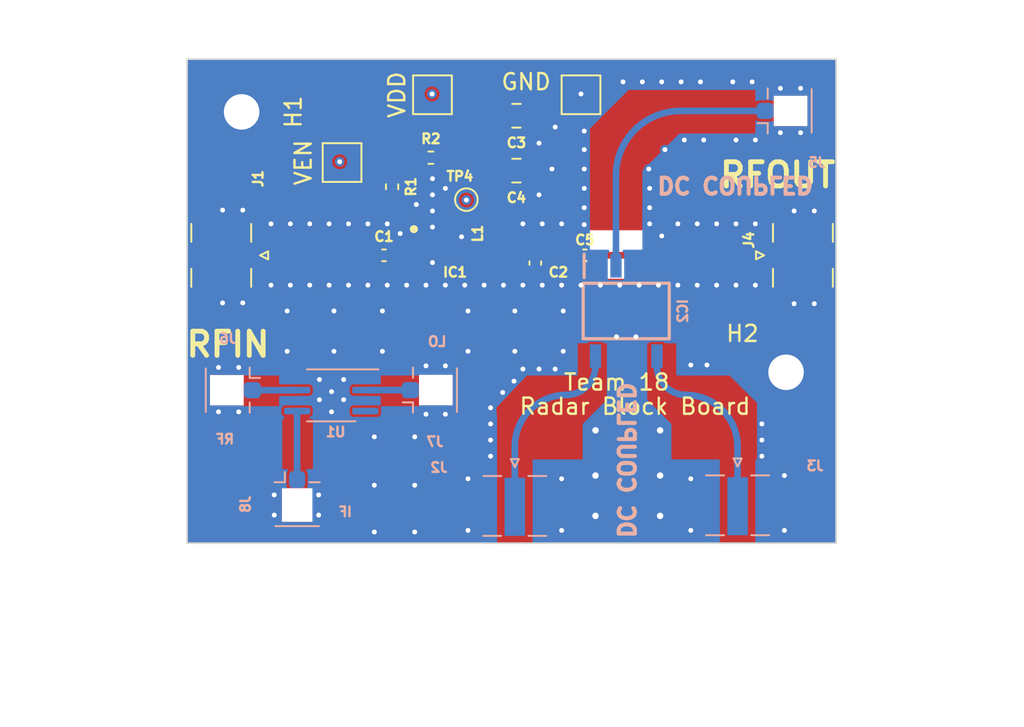
<source format=kicad_pcb>
(kicad_pcb (version 20221018) (generator pcbnew)
  (layers (0 "F.Cu" signal) (1 "In1.Cu" signal) (2 "In2.Cu" signal) (31 "B.Cu" signal) (34 "B.Paste" user) (35 "F.Paste" user) (36 "B.SilkS" user "B.Silkscreen") (37 "F.SilkS" user "F.Silkscreen") (38 "B.Mask" user) (39 "F.Mask" user) (44 "Edge.Cuts" user))
  (net 0 "")
  (net 1 "Net-(J1-In)")
  (net 2 "Net-(IC1-RFIN)")
  (net 3 "GND")
  (net 4 "Net-(IC1-RFOUT{slash}VD)")
  (net 5 "/Venable")
  (net 6 "+5V")
  (net 7 "Net-(IC1-VEN)")
  (net 8 "Net-(IC1-NC_3)")
  (net 9 "Net-(IC2-SUM_PORT)")
  (net 10 "Net-(IC2-PORT2)")
  (net 11 "Net-(IC2-PORT1)")
  (net 12 "Net-(J4-In)")
  (net 13 "Net-(J6-In)")
  (net 14 "Net-(J7-In)")
  (net 15 "Net-(J8-In)")
  (footprint "Resistor_SMD:R_0402_1005Metric" (layer "F.Cu") (at 132.5 112.3 -90)
    (fp_text reference "R1" (at 0 -1.17 90) (layer "F.SilkS") (effects (font (size 0.6 0.6))))
    (fp_text value "2.2k")
    (pad "1" smd roundrect (at -0.51 0 270) (size 0.54 0.64) (layers "F.Cu" "F.Paste" "F.Mask") (net 5 "/Venable"))
    (pad "2" smd roundrect (at 0.51 0 270) (size 0.54 0.64) (layers "F.Cu" "F.Paste" "F.Mask") (net 7 "Net-(IC1-VEN)"))
  )
  (footprint "Capacitor_SMD:C_0805_2012Metric_Pad1.18x1.45mm_HandSolder" (layer "F.Cu") (at 140.2 107.9 180)
    (fp_text reference "C3" (at 0 -1.68) (layer "F.SilkS") (effects (font (size 0.6 0.6))))
    (fp_text value "DNP")
    (pad "1" smd roundrect (at -1.0375 0 180) (size 1.175 1.45) (layers "F.Cu" "F.Paste" "F.Mask") (roundrect_rratio 0.212766) (net 3 "GND"))
    (pad "2" smd roundrect (at 1.0375 0 180) (size 1.175 1.45) (layers "F.Cu" "F.Paste" "F.Mask") (roundrect_rratio 0.212766) (net 6 "+5V"))
  )
  (footprint "Capacitor_SMD:C_0402_1005Metric" (layer "F.Cu") (at 141.37 117.03 90)
    (fp_text reference "C2" (at -0.57 1.43 180) (layer "F.SilkS") (effects (font (size 0.6 0.6))))
    (fp_text value "0.5p")
    (pad "1" smd roundrect (at -0.48 0 90) (size 0.56 0.62) (layers "F.Cu" "F.Paste" "F.Mask") (net 3 "GND"))
    (pad "2" smd roundrect (at 0.48 0 90) (size 0.56 0.62) (layers "F.Cu" "F.Paste" "F.Mask") (net 4 "Net-(IC1-RFOUT{slash}VD)"))
  )
  (footprint "Capacitor_SMD:C_0402_1005Metric" (layer "F.Cu") (at 144.44 116.55)
    (fp_text reference "C5" (at 0 -0.95) (layer "F.SilkS") (effects (font (size 0.6 0.6))))
    (fp_text value "100p")
    (pad "1" smd roundrect (at -0.48 0) (size 0.56 0.62) (layers "F.Cu" "F.Paste" "F.Mask") (net 4 "Net-(IC1-RFOUT{slash}VD)"))
    (pad "2" smd roundrect (at 0.48 0) (size 0.56 0.62) (layers "F.Cu" "F.Paste" "F.Mask") (net 12 "Net-(J4-In)"))
  )
  (footprint "SamacSys_Parts:SON50P150X150X50-7N-D" (layer "F.Cu") (at 135 116.0525)
    (fp_text reference "IC1" (at 1.4 1.5475) (layer "F.SilkS") (effects (font (size 0.6 0.6))))
    (fp_text value "GRF4002" hide)
    (pad "1" smd rect (at -0.85 -0.5 90) (size 0.25 0.6) (layers "F.Cu" "F.Paste" "F.Mask") (net 7 "Net-(IC1-VEN)"))
    (pad "2" smd rect (at -0.85 0 90) (size 0.25 0.6) (layers "F.Cu" "F.Paste" "F.Mask") (net 3 "GND"))
    (pad "3" smd rect (at -0.85 0.5 90) (size 0.25 0.6) (layers "F.Cu" "F.Paste" "F.Mask") (net 2 "Net-(IC1-RFIN)"))
    (pad "4" smd rect (at 0.85 0.5 90) (size 0.25 0.6) (layers "F.Cu" "F.Paste" "F.Mask") (net 4 "Net-(IC1-RFOUT{slash}VD)"))
    (pad "5" smd rect (at 0.85 0 90) (size 0.25 0.6) (layers "F.Cu" "F.Paste" "F.Mask") (net 3 "GND"))
    (pad "6" smd rect (at 0.85 -0.5 90) (size 0.25 0.6) (layers "F.Cu" "F.Paste" "F.Mask") (net 8 "Net-(IC1-NC_3)"))
    (pad "7" smd rect (at 0 0) (size 0.65 1.15) (layers "F.Cu" "F.Paste" "F.Mask") (net 3 "GND"))
  )
  (footprint "MountingHole:MountingHole_2.2mm_M2_Pad" (layer "F.Cu") (at 123.18 107.66 -90)
    (fp_text reference "H1" (at 0 -3.2 90) (layer "F.SilkS"))
    (fp_text value "MountingHole_Pad")
    (pad "1" thru_hole circle (at 0 0 270) (size 4.4 4.4) (drill 2.2) (layers "*.Cu" "*.Mask") (net 3 "GND"))
  )
  (footprint "TestPoint:TestPoint_Pad_2.0x2.0mm" (layer "F.Cu") (at 144.2 106.6 180)
    (fp_text reference "GND" (at 3.4 0.8) (layer "F.SilkS"))
    (fp_text value "TestPoint")
    (pad "1" smd rect (at 0 0 180) (size 2 2) (layers "F.Cu" "F.Mask") (net 3 "GND"))
  )
  (footprint "Connector_Coaxial:SMA_Samtec_SMA-J-P-X-ST-EM1_EdgeMount" (layer "F.Cu") (at 157.8 116.55 90)
    (fp_text reference "J4" (at 0.95 -3.2 90) (layer "F.SilkS") (effects (font (size 0.6 0.6))))
    (fp_text value "Conn_Coaxial")
    (pad "1" smd rect (at 0 0.2 90) (size 1.27 3.6) (layers "F.Cu" "F.Paste" "F.Mask") (net 12 "Net-(J4-In)"))
    (pad "2" smd rect (at -2.825 0 90) (size 1.35 4.2) (layers "F.Cu" "F.Paste" "F.Mask") (net 3 "GND"))
    (pad "2" smd rect (at -2.825 0 90) (size 1.35 4.2) (layers "B.Cu" "B.Paste" "B.Mask") (net 3 "GND"))
    (pad "2" smd rect (at 2.825 0 90) (size 1.35 4.2) (layers "F.Cu" "F.Paste" "F.Mask") (net 3 "GND"))
    (pad "2" smd rect (at 2.825 0 90) (size 1.35 4.2) (layers "B.Cu" "B.Paste" "B.Mask") (net 3 "GND"))
  )
  (footprint "TestPoint:TestPoint_Pad_2.0x2.0mm" (layer "F.Cu") (at 129.4 110.8)
    (fp_text reference "VEN" (at -2.4 0 90) (layer "F.SilkS"))
    (fp_text value "TestPoint")
    (pad "1" smd rect (at 0 0) (size 2 2) (layers "F.Cu" "F.Mask") (net 5 "/Venable"))
  )
  (footprint "Connector_Coaxial:SMA_Samtec_SMA-J-P-X-ST-EM1_EdgeMount" (layer "F.Cu") (at 122.0625 116.5525 -90)
    (fp_text reference "J1" (at -4.7525 -2.1375 90) (layer "F.SilkS") (effects (font (size 0.6 0.6))))
    (fp_text value "Conn_Coaxial")
    (pad "1" smd rect (at 0 0.2 270) (size 1.27 3.6) (layers "F.Cu" "F.Paste" "F.Mask") (net 1 "Net-(J1-In)"))
    (pad "2" smd rect (at -2.825 0 270) (size 1.35 4.2) (layers "F.Cu" "F.Paste" "F.Mask") (net 3 "GND"))
    (pad "2" smd rect (at -2.825 0 270) (size 1.35 4.2) (layers "B.Cu" "B.Paste" "B.Mask") (net 3 "GND"))
    (pad "2" smd rect (at 2.825 0 270) (size 1.35 4.2) (layers "F.Cu" "F.Paste" "F.Mask") (net 3 "GND"))
    (pad "2" smd rect (at 2.825 0 270) (size 1.35 4.2) (layers "B.Cu" "B.Paste" "B.Mask") (net 3 "GND"))
  )
  (footprint "TestPoint:TestPoint_Pad_2.0x2.0mm" (layer "F.Cu") (at 135 106.6)
    (fp_text reference "VDD" (at -2.2 0 90) (layer "F.SilkS"))
    (fp_text value "TestPoint")
    (pad "1" smd rect (at 0 0) (size 2 2) (layers "F.Cu" "F.Mask") (net 6 "+5V"))
  )
  (footprint "Inductor_SMD:L_0402_1005Metric" (layer "F.Cu") (at 139.029 116.065 -90)
    (fp_text reference "L1" (at -0.865 1.229 90) (layer "F.SilkS") (effects (font (size 0.6 0.6))))
    (fp_text value "100n")
    (pad "1" smd roundrect (at -0.485 0 270) (size 0.59 0.64) (layers "F.Cu" "F.Paste" "F.Mask") (net 6 "+5V"))
    (pad "2" smd roundrect (at 0.485 0 270) (size 0.59 0.64) (layers "F.Cu" "F.Paste" "F.Mask") (net 4 "Net-(IC1-RFOUT{slash}VD)"))
  )
  (footprint "MountingHole:MountingHole_2.2mm_M2_Pad" (layer "F.Cu") (at 156.9 123.8)
    (fp_text reference "H2" (at -2.7 -2.4) (layer "F.SilkS"))
    (fp_text value "MountingHole_Pad")
    (pad "1" thru_hole circle (at 0 0) (size 4.4 4.4) (drill 2.2) (layers "*.Cu" "*.Mask") (net 3 "GND"))
  )
  (footprint "Capacitor_SMD:C_0805_2012Metric_Pad1.18x1.45mm_HandSolder" (layer "F.Cu") (at 140.2 111.3 180)
    (fp_text reference "C4" (at 0 -1.68) (layer "F.SilkS") (effects (font (size 0.6 0.6))))
    (fp_text value "100n")
    (pad "1" smd roundrect (at -1.0375 0 180) (size 1.175 1.45) (layers "F.Cu" "F.Paste" "F.Mask") (roundrect_rratio 0.212766) (net 3 "GND"))
    (pad "2" smd roundrect (at 1.0375 0 180) (size 1.175 1.45) (layers "F.Cu" "F.Paste" "F.Mask") (roundrect_rratio 0.212766) (net 6 "+5V"))
  )
  (footprint "TestPoint:TestPoint_Pad_D1.0mm" (layer "F.Cu") (at 137.1 113.1)
    (fp_text reference "TP4" (at -0.4 -1.448) (layer "F.SilkS") (effects (font (size 0.6 0.6))))
    (fp_text value "TestPoint")
    (pad "1" smd circle (at 0 0) (size 1 1) (layers "F.Cu" "F.Mask") (net 8 "Net-(IC1-NC_3)"))
  )
  (footprint "Capacitor_SMD:C_0402_1005Metric" (layer "F.Cu") (at 132 116.55)
    (fp_text reference "C1" (at 0 -1.16) (layer "F.SilkS") (effects (font (size 0.6 0.6))))
    (fp_text value "100p")
    (pad "1" smd roundrect (at -0.48 0) (size 0.56 0.62) (layers "F.Cu" "F.Paste" "F.Mask") (net 1 "Net-(J1-In)"))
    (pad "2" smd roundrect (at 0.48 0) (size 0.56 0.62) (layers "F.Cu" "F.Paste" "F.Mask") (net 2 "Net-(IC1-RFIN)"))
  )
  (footprint "Resistor_SMD:R_0402_1005Metric" (layer "F.Cu") (at 134.9 110.5)
    (fp_text reference "R2" (at 0 -1.17) (layer "F.SilkS") (effects (font (size 0.6 0.6))))
    (fp_text value "DNP")
    (pad "1" smd roundrect (at -0.51 0) (size 0.54 0.64) (layers "F.Cu" "F.Paste" "F.Mask") (net 5 "/Venable"))
    (pad "2" smd roundrect (at 0.51 0) (size 0.54 0.64) (layers "F.Cu" "F.Paste" "F.Mask") (net 6 "+5V"))
  )
  (footprint "Package_SO:MSOP-8_3x3mm_P0.65mm" (layer "B.Cu") (at 128.73 125.23 180)
    (fp_text reference "U1" (at -0.27 -2.27) (layer "B.SilkS") (effects (font (size 0.6 0.6)) (justify mirror)))
    (fp_text value "HMC213B")
    (pad "1" smd roundrect (at -2.1125 0.975 180) (size 1.625 0.4) (layers "B.Cu" "B.Paste" "B.Mask") (net 3 "GND"))
    (pad "2" smd roundrect (at -2.1125 0.325 180) (size 1.625 0.4) (layers "B.Cu" "B.Paste" "B.Mask") (net 14 "Net-(J7-In)"))
    (pad "3" smd roundrect (at -2.1125 -0.325 180) (size 1.625 0.4) (layers "B.Cu" "B.Paste" "B.Mask") (net 3 "GND"))
    (pad "4" smd roundrect (at -2.1125 -0.975 180) (size 1.625 0.4) (layers "B.Cu" "B.Paste" "B.Mask"))
    (pad "5" smd roundrect (at 2.1125 -0.975 180) (size 1.625 0.4) (layers "B.Cu" "B.Paste" "B.Mask") (net 15 "Net-(J8-In)"))
    (pad "6" smd roundrect (at 2.1125 -0.325 180) (size 1.625 0.4) (layers "B.Cu" "B.Paste" "B.Mask") (net 3 "GND"))
    (pad "7" smd roundrect (at 2.1125 0.325 180) (size 1.625 0.4) (layers "B.Cu" "B.Paste" "B.Mask") (net 13 "Net-(J6-In)"))
    (pad "8" smd roundrect (at 2.1125 0.975 180) (size 1.625 0.4) (layers "B.Cu" "B.Paste" "B.Mask") (net 3 "GND"))
  )
  (footprint "Connector_Coaxial:SMA_Samtec_SMA-J-P-X-ST-EM1_EdgeMount" (layer "B.Cu") (at 153.9 131.9 180)
    (fp_text reference "J3" (at -4.8 2.3) (layer "B.SilkS") (effects (font (size 0.6 0.6)) (justify mirror)))
    (fp_text value "Conn_Coaxial")
    (pad "1" smd rect (at 0 -0.2 180) (size 1.27 3.6) (layers "B.Cu" "B.Paste" "B.Mask") (net 10 "Net-(IC2-PORT2)"))
    (pad "2" smd rect (at -2.825 0 180) (size 1.35 4.2) (layers "F.Cu" "F.Paste" "F.Mask") (net 3 "GND"))
    (pad "2" smd rect (at -2.825 0 180) (size 1.35 4.2) (layers "B.Cu" "B.Paste" "B.Mask") (net 3 "GND"))
    (pad "2" smd rect (at 2.825 0 180) (size 1.35 4.2) (layers "F.Cu" "F.Paste" "F.Mask") (net 3 "GND"))
    (pad "2" smd rect (at 2.825 0 180) (size 1.35 4.2) (layers "B.Cu" "B.Paste" "B.Mask") (net 3 "GND"))
  )
  (footprint "Connector_Coaxial:U.FL_Hirose_U.FL-R-SMT-1_Vertical" (layer "B.Cu") (at 122.795 124.91 180)
    (fp_text reference "J6" (at 0.475 3.2) (layer "B.SilkS") (effects (font (size 0.6 0.6)) (justify mirror)))
    (fp_text value "Conn_Coaxial")
    (pad "1" smd roundrect (at -1.05 0 180) (size 1.05 1) (layers "B.Cu" "B.Paste" "B.Mask") (net 13 "Net-(J6-In)"))
    (pad "2" smd roundrect (at 0.475 -1.475 180) (size 2.2 1.05) (layers "B.Cu" "B.Paste" "B.Mask") (roundrect_rratio 0.2380952381) (net 3 "GND"))
    (pad "2" smd roundrect (at 0.475 1.475 180) (size 2.2 1.05) (layers "B.Cu" "B.Paste" "B.Mask") (roundrect_rratio 0.2380952381) (net 3 "GND"))
    (zone (net 0) (net_name "") (layers "*.Cu") (connect_pads (clearance 0)) (min_thickness 0.25)
      (keepout (tracks not_allowed) (vias not_allowed) (pads not_allowed) (copperpour not_allowed) (footprints allowed))
      (fill (thermal_gap 0.5) (thermal_bridge_width 0.5))
      (polygon (pts (xy 121.22 123.96) (xy 123.31 123.96) (xy 123.31 125.86) (xy 121.22 125.86)))
    )
  )
  (footprint "Connector_Coaxial:U.FL_Hirose_U.FL-R-SMT-1_Vertical" (layer "B.Cu") (at 156.65 107.6)
    (fp_text reference "J5" (at 2.15 3.2) (layer "B.SilkS") (effects (font (size 0.6 0.6)) (justify mirror)))
    (fp_text value "Conn_Coaxial")
    (pad "1" smd roundrect (at -1.05 0) (size 1.05 1) (layers "B.Cu" "B.Paste" "B.Mask") (net 9 "Net-(IC2-SUM_PORT)"))
    (pad "2" smd roundrect (at 0.475 -1.475) (size 2.2 1.05) (layers "B.Cu" "B.Paste" "B.Mask") (roundrect_rratio 0.2380952381) (net 3 "GND"))
    (pad "2" smd roundrect (at 0.475 1.475) (size 2.2 1.05) (layers "B.Cu" "B.Paste" "B.Mask") (roundrect_rratio 0.2380952381) (net 3 "GND"))
    (zone (net 0) (net_name "") (layers "*.Cu") (connect_pads (clearance 0)) (min_thickness 0.25)
      (keepout (tracks not_allowed) (vias not_allowed) (pads not_allowed) (copperpour not_allowed) (footprints allowed))
      (fill (thermal_gap 0.5) (thermal_bridge_width 0.5))
      (polygon (pts (xy 158.225 108.55) (xy 156.135 108.55) (xy 156.135 106.65) (xy 158.225 106.65)))
    )
  )
  (footprint "Connector_Coaxial:SMA_Samtec_SMA-J-P-X-ST-EM1_EdgeMount" (layer "B.Cu") (at 140.1 131.9375 180)
    (fp_text reference "J2" (at 4.7 2.2375) (layer "B.SilkS") (effects (font (size 0.6 0.6)) (justify mirror)))
    (fp_text value "Conn_Coaxial")
    (pad "1" smd rect (at 0 -0.2 180) (size 1.27 3.6) (layers "B.Cu" "B.Paste" "B.Mask") (net 11 "Net-(IC2-PORT1)"))
    (pad "2" smd rect (at -2.825 0 180) (size 1.35 4.2) (layers "F.Cu" "F.Paste" "F.Mask") (net 3 "GND"))
    (pad "2" smd rect (at -2.825 0 180) (size 1.35 4.2) (layers "B.Cu" "B.Paste" "B.Mask") (net 3 "GND"))
    (pad "2" smd rect (at 2.825 0 180) (size 1.35 4.2) (layers "F.Cu" "F.Paste" "F.Mask") (net 3 "GND"))
    (pad "2" smd rect (at 2.825 0 180) (size 1.35 4.2) (layers "B.Cu" "B.Paste" "B.Mask") (net 3 "GND"))
  )
  (footprint "Connector_Coaxial:U.FL_Hirose_U.FL-R-SMT-1_Vertical" (layer "B.Cu") (at 134.68 124.905)
    (fp_text reference "J7" (at 0.475 3.2) (layer "B.SilkS") (effects (font (size 0.6 0.6)) (justify mirror)))
    (fp_text value "Conn_Coaxial")
    (pad "1" smd roundrect (at -1.05 0) (size 1.05 1) (layers "B.Cu" "B.Paste" "B.Mask") (net 14 "Net-(J7-In)"))
    (pad "2" smd roundrect (at 0.475 -1.475) (size 2.2 1.05) (layers "B.Cu" "B.Paste" "B.Mask") (roundrect_rratio 0.2380952381) (net 3 "GND"))
    (pad "2" smd roundrect (at 0.475 1.475) (size 2.2 1.05) (layers "B.Cu" "B.Paste" "B.Mask") (roundrect_rratio 0.2380952381) (net 3 "GND"))
    (zone (net 0) (net_name "") (layers "*.Cu") (connect_pads (clearance 0)) (min_thickness 0.25)
      (keepout (tracks not_allowed) (vias not_allowed) (pads not_allowed) (copperpour not_allowed) (footprints allowed))
      (fill (thermal_gap 0.5) (thermal_bridge_width 0.5))
      (polygon (pts (xy 136.255 125.855) (xy 134.165 125.855) (xy 134.165 123.955) (xy 136.255 123.955)))
    )
  )
  (footprint "Connector_Coaxial:U.FL_Hirose_U.FL-R-SMT-1_Vertical" (layer "B.Cu") (at 126.6175 131.5 -90)
    (fp_text reference "J8" (at 0.475 3.2 90) (layer "B.SilkS") (effects (font (size 0.6 0.6)) (justify mirror)))
    (fp_text value "Conn_Coaxial")
    (pad "1" smd roundrect (at -1.05 0 270) (size 1.05 1) (layers "B.Cu" "B.Paste" "B.Mask") (net 15 "Net-(J8-In)"))
    (pad "2" smd roundrect (at 0.475 -1.475 270) (size 2.2 1.05) (layers "B.Cu" "B.Paste" "B.Mask") (roundrect_rratio 0.2380952381) (net 3 "GND"))
    (pad "2" smd roundrect (at 0.475 1.475 270) (size 2.2 1.05) (layers "B.Cu" "B.Paste" "B.Mask") (roundrect_rratio 0.2380952381) (net 3 "GND"))
    (zone (net 0) (net_name "") (layers "*.Cu") (connect_pads (clearance 0)) (min_thickness 0.25)
      (keepout (tracks not_allowed) (vias not_allowed) (pads not_allowed) (copperpour not_allowed) (footprints allowed))
      (fill (thermal_gap 0.5) (thermal_bridge_width 0.5))
      (polygon (pts (xy 125.6675 133.075) (xy 125.6675 130.985) (xy 127.5675 130.985) (xy 127.5675 133.075)))
    )
  )
  (footprint "SamacSys_Parts:SOIC127P597X196-8N" (layer "B.Cu") (at 147 120 -90)
    (fp_text reference "IC2" (at 0 -3.5 90) (layer "B.SilkS") (effects (font (size 0.6 0.6) (thickness 0.15) bold) (justify mirror)))
    (fp_text value "BP2G+" hide)
    (pad "1" smd rect (at -2.798 1.905 180) (size 0.7 1.455) (layers "B.Cu" "B.Paste" "B.Mask") (net 3 "GND"))
    (pad "2" smd rect (at -2.798 0.635 180) (size 0.7 1.455) (layers "B.Cu" "B.Paste" "B.Mask") (net 9 "Net-(IC2-SUM_PORT)"))
    (pad "3" smd rect (at -2.798 -0.635 180) (size 0.7 1.455) (layers "B.Cu" "B.Paste" "B.Mask") (net 3 "GND"))
    (pad "4" smd rect (at -2.798 -1.905 180) (size 0.7 1.455) (layers "B.Cu" "B.Paste" "B.Mask") (net 3 "GND"))
    (pad "5" smd rect (at 2.798 -1.905 180) (size 0.7 1.455) (layers "B.Cu" "B.Paste" "B.Mask") (net 10 "Net-(IC2-PORT2)"))
    (pad "6" smd rect (at 2.798 -0.635 180) (size 0.7 1.455) (layers "B.Cu" "B.Paste" "B.Mask") (net 3 "GND"))
    (pad "7" smd rect (at 2.798 0.635 180) (size 0.7 1.455) (layers "B.Cu" "B.Paste" "B.Mask") (net 3 "GND"))
    (pad "8" smd rect (at 2.798 1.905 180) (size 0.7 1.455) (layers "B.Cu" "B.Paste" "B.Mask") (net 11 "Net-(IC2-PORT1)"))
  )
  (gr_rect (start 119.8 104.39) (end 160 134.39) (stroke (width 0.1)) (fill none) (layer "Edge.Cuts"))
  (gr_text "DC COUPLED" (at 148.8 111.6 180) (layer "B.SilkS") (effects (font (size 1 1) (thickness 0.25) bold) (justify left bottom mirror)))
  (gr_text "LO" (at 135.95 122.25) (layer "B.SilkS") (effects (font (size 0.6 0.6)) (justify left bottom mirror)))
  (gr_text "RF" (at 122.8 128.3) (layer "B.SilkS") (effects (font (size 0.6 0.6)) (justify left bottom mirror)))
  (gr_text "IF" (at 130.1 132.8) (layer "B.SilkS") (effects (font (size 0.6 0.6)) (justify left bottom mirror)))
  (gr_text "DC COUPLED" (at 146.4 134.2 -90) (layer "B.SilkS") (effects (font (size 1 1) (thickness 0.25) bold) (justify left bottom mirror)))
  (gr_text "RFIN" (at 119.6 122.95) (layer "F.SilkS") (effects (font (size 1.5 1.5) (thickness 0.3) bold) (justify left bottom)))
  (gr_text "RFOUT" (at 152.65 112.45) (layer "F.SilkS") (effects (font (size 1.5 1.5) (thickness 0.3) bold) (justify left bottom)))
  (gr_text "Team 18" (at 143.05 125) (layer "F.SilkS") (effects (font (size 1 1)) (justify left bottom)))
  (gr_text "Radar Block Board" (at 140.3 126.5) (layer "F.SilkS") (effects (font (size 1 1)) (justify left bottom)))
  (segment (start 126.05 116.55) (end 131.52 116.55) (width 0.41) (layer "F.Cu") (net 1))
  (segment (start 132.48 116.55) (end 132.75 116.55) (width 0.41) (layer "F.Cu") (net 2))
  (segment (start 134.15 116.5525) (end 133.7475 116.5525) (width 0.25) (layer "F.Cu") (net 2))
  (via (at 144.2 106.55) (size 0.6) (drill 0.3) (layers "F.Cu" "B.Cu") (net 3))
  (via (at 156.8 133.6) (size 0.6) (drill 0.3) (layers "F.Cu" "B.Cu") (net 3))
  (via (at 126.2 118.4) (size 0.6) (drill 0.3) (layers "F.Cu" "B.Cu") (net 3))
  (via (at 152 123.35) (size 0.6) (drill 0.3) (layers "F.Cu" "B.Cu") (net 3))
  (via (at 153.8 109.4) (size 0.6) (drill 0.3) (layers "F.Cu" "B.Cu") (net 3))
  (via (at 144.2 118.4) (size 0.6) (drill 0.3) (layers "F.Cu" "B.Cu") (net 3))
  (via (at 155.4 129) (size 0.6) (drill 0.3) (layers "F.Cu" "B.Cu") (net 3))
  (via (at 122 119.5) (size 0.6) (drill 0.3) (layers "F.Cu" "B.Cu") (net 3))
  (via (at 128 125.5) (size 0.6) (drill 0.3) (layers "F.Cu" "B.Cu") (net 3))
  (via (at 131.4 133.7) (size 0.6) (drill 0.3) (layers "F.Cu" "B.Cu") (net 3))
  (via (at 125.2 131.4) (size 0.6) (drill 0.3) (layers "F.Cu" "B.Cu") (net 3))
  (via (at 135.8 118.4) (size 0.6) (drill 0.3) (layers "F.Cu" "B.Cu") (net 3))
  (via (at 152.6 114.6) (size 0.6) (drill 0.3) (layers "F.Cu" "B.Cu") (net 3))
  (via (at 122 113.75) (size 0.6) (drill 0.3) (layers "F.Cu" "B.Cu") (net 3))
  (via (at 158.65 119.55) (size 0.6) (drill 0.3) (layers "F.Cu" "B.Cu") (net 3))
  (via (at 149.1 127.4) (size 0.8) (drill 0.4) (layers "F.Cu" "B.Cu") (net 3))
  (via (at 150.2 118.4) (size 0.6) (drill 0.3) (layers "F.Cu" "B.Cu") (net 3))
  (via (at 151.6 105.8) (size 0.6) (drill 0.3) (layers "F.Cu" "B.Cu") (net 3))
  (via (at 145.1 130.2) (size 0.8) (drill 0.4) (layers "F.Cu" "B.Cu") (net 3))
  (via (at 140.05 124.35) (size 0.6) (drill 0.3) (layers "F.Cu" "B.Cu") (net 3))
  (via (at 151 130.4) (size 0.6) (drill 0.3) (layers "F.Cu" "B.Cu") (net 3))
  (via (at 140.6 114.6) (size 0.6) (drill 0.3) (layers "F.Cu" "B.Cu") (net 3))
  (via (at 157.8 106.2) (size 0.6) (drill 0.3) (layers "F.Cu" "B.Cu") (net 3))
  (via (at 149.1 130.2) (size 0.8) (drill 0.4) (layers "F.Cu" "B.Cu") (net 3))
  (via (at 135 112.8) (size 0.6) (drill 0.3) (layers "F.Cu" "B.Cu") (net 3))
  (via (at 150.2 114.6) (size 0.6) (drill 0.3) (layers "F.Cu" "B.Cu") (net 3))
  (via (at 121.75 123.5) (size 0.6) (drill 0.3) (layers "F.Cu" "B.Cu") (net 3))
  (via (at 121.75 126.25) (size 0.6) (drill 0.3) (layers "F.Cu" "B.Cu") (net 3))
  (via (at 133.4 118.4) (size 0.6) (drill 0.3) (layers "F.Cu" "B.Cu") (net 3))
  (via (at 141.6 112.8) (size 0.6) (drill 0.3) (layers "F.Cu" "B.Cu") (net 3))
  (via (at 146.4 121.6) (size 0.6) (drill 0.3) (layers "F.Cu" "B.Cu") (net 3))
  (via (at 138.2 118.4) (size 0.6) (drill 0.3) (layers "F.Cu" "B.Cu") (net 3))
  (via (at 127.95 131.4) (size 0.6) (drill 0.3) (layers "F.Cu" "B.Cu") (net 3))
  (via (at 138.6 128) (size 0.6) (drill 0.3) (layers "F.Cu" "B.Cu") (net 3))
  (via (at 154.8 105.8) (size 0.6) (drill 0.3) (layers "F.Cu" "B.Cu") (net 3))
  (via (at 134 113.4) (size 0.6) (drill 0.3) (layers "F.Cu" "B.Cu") (net 3))
  (via (at 123 123.5) (size 0.6) (drill 0.3) (layers "F.Cu" "B.Cu") (net 3))
  (via (at 141.6 109.6) (size 0.6) (drill 0.3) (layers "F.Cu" "B.Cu") (net 3))
  (via (at 156.55 108.95) (size 0.6) (drill 0.3) (layers "F.Cu" "B.Cu") (net 3))
  (via (at 134.6 123.4) (size 0.6) (drill 0.3) (layers "F.Cu" "B.Cu") (net 3))
  (via (at 134.6 126.4) (size 0.6) (drill 0.3) (layers "F.Cu" "B.Cu") (net 3))
  (via (at 145.4 118.4) (size 0.6) (drill 0.3) (layers "F.Cu" "B.Cu") (net 3))
  (via (at 143 118.4) (size 0.6) (drill 0.3) (layers "F.Cu" "B.Cu") (net 3))
  (via (at 148.45 112.4) (size 0.6) (drill 0.3) (layers "F.Cu" "B.Cu") (net 3))
  (via (at 155 118.4) (size 0.6) (drill 0.3) (layers "F.Cu" "B.Cu") (net 3))
  (via (at 126 120) (size 0.6) (drill 0.3) (layers "F.Cu" "B.Cu") (net 3))
  (via (at 148.45 113.6) (size 0.6) (drill 0.3) (layers "F.Cu" "B.Cu") (net 3))
  (via (at 136.8 115.4) (size 0.6) (drill 0.3) (layers "F.Cu" "B.Cu") (net 3))
  (via (at 156.55 106.2) (size 0.6) (drill 0.3) (layers "F.Cu" "B.Cu") (net 3))
  (via (at 128.6 114.6) (size 0.6) (drill 0.3) (layers "F.Cu" "B.Cu") (net 3))
  (via (at 152.6 118.4) (size 0.6) (drill 0.3) (layers "F.Cu" "B.Cu") (net 3))
  (via (at 147.6 121.6) (size 0.6) (drill 0.3) (layers "F.Cu" "B.Cu") (net 3))
  (via (at 125 114.6) (size 0.6) (drill 0.3) (layers "F.Cu" "B.Cu") (net 3))
  (via (at 151 133.6) (size 0.6) (drill 0.3) (layers "F.Cu" "B.Cu") (net 3))
  (via (at 127.4 118.4) (size 0.6) (drill 0.3) (layers "F.Cu" "B.Cu") (net 3))
  (via (at 155 114.6) (size 0.6) (drill 0.3) (layers "F.Cu" "B.Cu") (net 3))
  (via (at 131 118.4) (size 0.6) (drill 0.3) (layers "F.Cu" "B.Cu") (net 3))
  (via (at 126.2 114.6) (size 0.6) (drill 0.3) (layers "F.Cu" "B.Cu") (net 3))
  (via (at 140.6 118.4) (size 0.6) (drill 0.3) (layers "F.Cu" "B.Cu") (net 3))
  (via (at 148.4 111.2) (size 0.6) (drill 0.3) (layers "F.Cu" "B.Cu") (net 3))
  (via (at 129.8 114.6) (size 0.6) (drill 0.3) (layers "F.Cu" "B.Cu") (net 3))
  (via (at 143 133.6) (size 0.6) (drill 0.3) (layers "F.Cu" "B.Cu") (net 3))
  (via (at 138.6 129) (size 0.6) (drill 0.3) (layers "F.Cu" "B.Cu") (net 3))
  (via (at 126 122.5) (size 0.6) (drill 0.3) (layers "F.Cu" "B.Cu") (net 3))
  (via (at 131.9 122.5) (size 0.6) (drill 0.3) (layers "F.Cu" "B.Cu") (net 3))
  (via (at 131.4 127.8) (size 0.6) (drill 0.3) (layers "F.Cu" "B.Cu") (net 3))
  (via (at 135.8 112.4) (size 0.6) (drill 0.3) (layers "F.Cu" "B.Cu") (net 3))
  (via (at 135.8 123.4) (size 0.6) (drill 0.3) (layers "F.Cu" "B.Cu") (net 3))
  (via (at 128.9 120) (size 0.6) (drill 0.3) (layers "F.Cu" "B.Cu") (net 3))
  (via (at 147.8 118.4) (size 0.6) (drill 0.3) (layers "F.Cu" "B.Cu") (net 3))
  (via (at 142.4 111.2) (size 0.6) (drill 0.3) (layers "F.Cu" "B.Cu") (net 3))
  (via (at 155.4 127) (size 0.6) (drill 0.3) (layers "F.Cu" "B.Cu") (net 3))
  (via (at 153.6 105.8) (size 0.6) (drill 0.3) (layers "F.Cu" "B.Cu") (net 3))
  (via (at 123 126.25) (size 0.6) (drill 0.3) (layers "F.Cu" "B.Cu") (net 3))
  (via (at 135 117) (size 0.6) (drill 0.3) (layers "F.Cu" "B.Cu") (net 3))
  (via (at 125.2 132.65) (size 0.6) (drill 0.3) (layers "F.Cu" "B.Cu") (net 3))
  (via (at 143.1 120) (size 0.6) (drill 0.3) (layers "F.Cu" "B.Cu") (net 3))
  (via (at 140.6 123.6) (size 0.6) (drill 0.3) (layers "F.Cu" "B.Cu") (net 3))
  (via (at 133 115.2) (size 0.6) (drill 0.3) (layers "F.Cu" "B.Cu") (net 3))
  (via (at 157.4 113.8) (size 0.6) (drill 0.3) (layers "F.Cu" "B.Cu") (net 3))
  (via (at 135 111.8) (size 0.6) (drill 0.3) (layers "F.Cu" "B.Cu") (net 3))
  (via (at 140.1 120) (size 0.6) (drill 0.3) (layers "F.Cu" "B.Cu") (net 3))
  (via (at 128 124.25) (size 0.6) (drill 0.3) (layers "F.Cu" "B.Cu") (net 3))
  (via (at 129.5 125.5) (size 0.6) (drill 0.3) (layers "F.Cu" "B.Cu") (net 3))
  (via (at 141.6 123.6) (size 0.6) (drill 0.3) (layers "F.Cu" "B.Cu") (net 3))
  (via (at 129.8 118.4) (size 0.6) (drill 0.3) (layers "F.Cu" "B.Cu") (net 3))
  (via (at 128.75 126.25) (size 0.6) (drill 0.3) (layers "F.Cu" "B.Cu") (net 3))
  (via (at 138.6 126) (size 0.6) (drill 0.3) (layers "F.Cu" "B.Cu") (net 3))
  (via (at 144.4 111.2) (size 0.6) (drill 0.3) (layers "F.Cu" "B.Cu") (net 3))
  (via (at 151.8 109.4) (size 0.6) (drill 0.3) (layers "F.Cu" "B.Cu") (net 3))
  (via (at 137 118.4) (size 0.6) (drill 0.3) (layers "F.Cu" "B.Cu") (net 3))
  (via (at 133.9 130.8) (size 0.6) (drill 0.3) (layers "F.Cu" "B.Cu") (net 3))
  (via (at 149 118.4) (size 0.6) (drill 0.3) (layers "F.Cu" "B.Cu") (net 3))
  (via (at 123.25 119.5) (size 0.6) (drill 0.3) (layers "F.Cu" "B.Cu") (net 3))
  (via (at 135 113.8) (size 0.6) (drill 0.3) (layers "F.Cu" "B.Cu") (net 3))
  (via (at 153.8 114.6) (size 0.6) (drill 0.3) (layers "F.Cu" "B.Cu") (net 3))
  (via (at 128.75 125) (size 0.6) (drill 0.3) (layers "F.Cu" "B.Cu") (net 3))
  (via (at 127.4 114.6) (size 0.6) (drill 0.3) (layers "F.Cu" "B.Cu") (net 3))
  (via (at 149.1 132.7) (size 0.8) (drill 0.4) (layers "F.Cu" "B.Cu") (net 3))
  (via (at 157.8 108.95) (size 0.6) (drill 0.3) (layers "F.Cu" "B.Cu") (net 3))
  (via (at 131.4 130.8) (size 0.6) (drill 0.3) (layers "F.Cu" "B.Cu") (net 3))
  (via (at 145.1 127.4) (size 0.8) (drill 0.4) (layers "F.Cu" "B.Cu") (net 3))
  (via (at 143 114.6) (size 0.6) (drill 0.3) (layers "F.Cu" "B.Cu") (net 3))
  (via (at 125 118.4) (size 0.6) (drill 0.3) (layers "F.Cu" "B.Cu") (net 3))
  (via (at 149.2 105.8) (size 0.6) (drill 0.3) (layers "F.Cu" "B.Cu") (net 3))
  (via (at 148 105.8) (size 0.6) (drill 0.3) (layers "F.Cu" "B.Cu") (net 3))
  (via (at 144.4 110) (size 0.6) (drill 0.3) (layers "F.Cu" "B.Cu") (net 3))
  (via (at 132.2 114.6) (size 0.6) (drill 0.3) (layers "F.Cu" "B.Cu") (net 3))
  (via (at 128.9 122.5) (size 0.6) (drill 0.3) (layers "F.Cu" "B.Cu") (net 3))
  (via (at 139.4 118.4) (size 0.6) (drill 0.3) (layers "F.Cu" "B.Cu") (net 3))
  (via (at 155 109.4) (size 0.6) (drill 0.3) (layers "F.Cu" "B.Cu") (net 3))
  (via (at 139.35 125.05) (size 0.6) (drill 0.3) (layers "F.Cu" "B.Cu") (net 3))
  (via (at 131 114.6) (size 0.6) (drill 0.3) (layers "F.Cu" "B.Cu") (net 3))
  (via (at 148.45 114.6) (size 0.6) (drill 0.3) (layers "F.Cu" "B.Cu") (net 3))
  (via (at 131.9 120) (size 0.6) (drill 0.3) (layers "F.Cu" "B.Cu") (net 3))
  (via (at 129.5 124.25) (size 0.6) (drill 0.3) (layers "F.Cu" "B.Cu") (net 3))
  (via (at 158.65 113.8) (size 0.6) (drill 0.3) (layers "F.Cu" "B.Cu") (net 3))
  (via (at 145.1 132.7) (size 0.8) (drill 0.4) (layers "F.Cu" "B.Cu") (net 3))
  (via (at 155.4 128) (size 0.6) (drill 0.3) (layers "F.Cu" "B.Cu") (net 3))
  (via (at 137.2 130.4) (size 0.6) (drill 0.3) (layers "F.Cu" "B.Cu") (net 3))
  (via (at 133.9 133.7) (size 0.6) (drill 0.3) (layers "F.Cu" "B.Cu") (net 3))
  (via (at 144.4 112.4) (size 0.6) (drill 0.3) (layers "F.Cu" "B.Cu") (net 3))
  (via (at 133.9 127.8) (size 0.6) (drill 0.3) (layers "F.Cu" "B.Cu") (net 3))
  (via (at 143 130.4) (size 0.6) (drill 0.3) (layers "F.Cu" "B.Cu") (net 3))
  (via (at 137.2 120) (size 0.6) (drill 0.3) (layers "F.Cu" "B.Cu") (net 3))
  (via (at 157.4 119.55) (size 0.6) (drill 0.3) (layers "F.Cu" "B.Cu") (net 3))
  (via (at 150.4 105.8) (size 0.6) (drill 0.3) (layers "F.Cu" "B.Cu") (net 3))
  (via (at 140.1 122.5) (size 0.6) (drill 0.3) (layers "F.Cu" "B.Cu") (net 3))
  (via (at 127.95 132.65) (size 0.6) (drill 0.3) (layers "F.Cu" "B.Cu") (net 3))
  (via (at 150.6 109.4) (size 0.6) (drill 0.3) (layers "F.Cu" "B.Cu") (net 3))
  (via (at 135.8 126.4) (size 0.6) (drill 0.3) (layers "F.Cu" "B.Cu") (net 3))
  (via (at 132.2 118.4) (size 0.6) (drill 0.3) (layers "F.Cu" "B.Cu") (net 3))
  (via (at 151 123.35) (size 0.6) (drill 0.3) (layers "F.Cu" "B.Cu") (net 3))
  (via (at 135 114.8) (size 0.6) (drill 0.3) (layers "F.Cu" "B.Cu") (net 3))
  (via (at 141.8 118.4) (size 0.6) (drill 0.3) (layers "F.Cu" "B.Cu") (net 3))
  (via (at 134.6 118.4) (size 0.6) (drill 0.3) (layers "F.Cu" "B.Cu") (net 3))
  (via (at 156.8 130.2) (size 0.6) (drill 0.3) (layers "F.Cu" "B.Cu") (net 3))
  (via (at 146.8 105.8) (size 0.6) (drill 0.3) (layers "F.Cu" "B.Cu") (net 3))
  (via (at 141.8 114.6) (size 0.6) (drill 0.3) (layers "F.Cu" "B.Cu") (net 3))
  (via (at 149.4 110) (size 0.6) (drill 0.3) (layers "F.Cu" "B.Cu") (net 3))
  (via (at 151.4 114.6) (size 0.6) (drill 0.3) (layers "F.Cu" "B.Cu") (net 3))
  (via (at 128.6 118.4) (size 0.6) (drill 0.3) (layers "F.Cu" "B.Cu") (net 3))
  (via (at 146.6 118.4) (size 0.6) (drill 0.3) (layers "F.Cu" "B.Cu") (net 3))
  (via (at 153.8 118.4) (size 0.6) (drill 0.3) (layers "F.Cu" "B.Cu") (net 3))
  (via (at 123.25 113.75) (size 0.6) (drill 0.3) (layers "F.Cu" "B.Cu") (net 3))
  (via (at 149.2 115.35) (size 0.6) (drill 0.3) (layers "F.Cu" "B.Cu") (net 3))
  (via (at 137.2 122.5) (size 0.6) (drill 0.3) (layers "F.Cu" "B.Cu") (net 3))
  (via (at 137.2 133.6) (size 0.6) (drill 0.3) (layers "F.Cu" "B.Cu") (net 3))
  (via (at 144.4 114.65) (size 0.6) (drill 0.3) (layers "F.Cu" "B.Cu") (net 3))
  (via (at 142.6 108.6) (size 0.6) (drill 0.3) (layers "F.Cu" "B.Cu") (net 3))
  (via (at 142.6 123.6) (size 0.6) (drill 0.3) (layers "F.Cu" "B.Cu") (net 3))
  (via (at 144.4 113.6) (size 0.6) (drill 0.3) (layers "F.Cu" "B.Cu") (net 3))
  (via (at 138.6 127) (size 0.6) (drill 0.3) (layers "F.Cu" "B.Cu") (net 3))
  (via (at 151.4 118.4) (size 0.6) (drill 0.3) (layers "F.Cu" "B.Cu") (net 3))
  (via (at 144.4 108.85) (size 0.6) (drill 0.3) (layers "F.Cu" "B.Cu") (net 3))
  (via (at 143.1 122.5) (size 0.6) (drill 0.3) (layers "F.Cu" "B.Cu") (net 3))
  (segment (start 135.85 116.5525) (end 136.3525 116.5525) (width 0.25) (layer "F.Cu") (net 4))
  (segment (start 139.029 116.55) (end 138.35 116.55) (width 0.41) (layer "F.Cu") (net 4))
  (segment (start 139.029 116.55) (end 143.96 116.55) (width 0.41) (layer "F.Cu") (net 4))
  (segment (start 129.25 110.75) (end 129.45 110.8) (width 0.3) (layer "F.Cu") (net 5))
  (segment (start 129.4 110.8) (end 129.35 110.8) (width 0.3) (layer "F.Cu") (net 5))
  (segment (start 131.51 110.8) (end 132.5 111.79) (width 0.3) (layer "F.Cu") (net 5))
  (segment (start 129.45 110.8) (end 131.51 110.8) (width 0.3) (layer "F.Cu") (net 5))
  (segment (start 132.5 111.79) (end 132.5 111.7) (width 0.3) (layer "F.Cu") (net 5))
  (segment (start 133.7 110.5) (end 134.39 110.5) (width 0.3) (layer "F.Cu") (net 5))
  (segment (start 132.5 111.7) (end 133.7 110.5) (width 0.3) (layer "F.Cu") (net 5))
  (segment (start 129.35 110.8) (end 129.25 110.75) (width 0.3) (layer "F.Cu") (net 5))
  (via (at 129.25 110.75) (size 0.6) (drill 0.3) (layers "F.Cu" "B.Cu") (net 5))
  (segment (start 139.1625 107.9) (end 139 108.0625) (width 1) (layer "F.Cu") (net 6))
  (segment (start 135.41 110.5) (end 138.3625 110.5) (width 0.3) (layer "F.Cu") (net 6))
  (segment (start 139.029 115.58) (end 139.029 108.0335) (width 1) (layer "F.Cu") (net 6))
  (segment (start 134.975 106.55) (end 137.8625 106.6) (width 1) (layer "F.Cu") (net 6))
  (segment (start 137.8625 106.6) (end 139.1625 107.9) (width 1) (layer "F.Cu") (net 6))
  (segment (start 139.029 108.0335) (end 139.1625 107.9) (width 1) (layer "F.Cu") (net 6))
  (segment (start 135 106.6) (end 134.975 106.55) (width 1) (layer "F.Cu") (net 6))
  (segment (start 138.3625 110.5) (end 139.1625 111.3) (width 0.3) (layer "F.Cu") (net 6))
  (via (at 134.975 106.55) (size 0.6) (drill 0.3) (layers "F.Cu" "B.Cu") (net 6))
  (segment (start 134.15 114.85) (end 134.15 115.5525) (width 0.3) (layer "F.Cu") (net 7))
  (segment (start 132.5 112.81) (end 132.5 113.2) (width 0.3) (layer "F.Cu") (net 7))
  (segment (start 132.5 113.2) (end 134.15 114.85) (width 0.3) (layer "F.Cu") (net 7))
  (segment (start 137.075 113.125) (end 137.1 113.125) (width 0.2) (layer "F.Cu") (net 8))
  (segment (start 137.1 113.1) (end 137.1 113.1) (width 0.2) (layer "F.Cu") (net 8))
  (segment (start 135.85 115.5525) (end 135.85 114.35) (width 0.2) (layer "F.Cu") (net 8))
  (segment (start 135.85 114.35) (end 137.075 113.125) (width 0.2) (layer "F.Cu") (net 8))
  (segment (start 137.1 113.125) (end 137.1 113.1) (width 0.2) (layer "F.Cu") (net 8))
  (via (at 137.1 113.125) (size 0.6) (drill 0.3) (layers "F.Cu" "B.Cu") (net 8))
  (segment (start 146.365 111.6) (end 146.365 117.202) (width 0.41) (layer "B.Cu") (net 9))
  (segment (start 150.365 107.6) (end 155.6 107.6) (width 0.41) (layer "B.Cu") (net 9))
  (arc (start 150.365 107.6) (mid 147.536572 108.771572) (end 146.365 111.6) (width 0.41) (layer "B.Cu") (net 9))
  (segment (start 148.9 122.8) (end 148.9 123.407) (width 0.41) (layer "B.Cu") (net 10))
  (segment (start 153.895 128.402) (end 153.895 132.1395) (width 0.41) (layer "B.Cu") (net 10))
  (arc (start 150.695 125.202) (mid 152.957742 126.139258) (end 153.895 128.402) (width 0.41) (layer "B.Cu") (net 10))
  (arc (start 148.9 123.407) (mid 149.425743 124.676257) (end 150.695 125.202) (width 0.41) (layer "B.Cu") (net 10))
  (segment (start 145.095 122.798) (end 145.095 123.405) (width 0.41) (layer "B.Cu") (net 11))
  (segment (start 140.1 128.4) (end 140.1 132.1375) (width 0.41) (layer "B.Cu") (net 11))
  (arc (start 145.095 123.405) (mid 144.569257 124.674257) (end 143.3 125.2) (width 0.41) (layer "B.Cu") (net 11))
  (arc (start 143.3 125.2) (mid 141.037258 126.137258) (end 140.1 128.4) (width 0.41) (layer "B.Cu") (net 11))
  (segment (start 144.92 116.55) (end 153.6 116.55) (width 0.41) (layer "F.Cu") (net 12))
  (segment (start 123.845 124.91) (end 126.6125 124.91) (width 0.41) (layer "B.Cu") (net 13))
  (arc (start 126.6125 124.91) (mid 126.616036 124.908536) (end 126.6175 124.905) (width 0.41) (layer "B.Cu") (net 13))
  (segment (start 130.8425 124.905) (end 133.63 124.905) (width 0.41) (layer "B.Cu") (net 14))
  (segment (start 126.6175 126.205) (end 126.6175 130.45) (width 0.41) (layer "B.Cu") (net 15))
  (zone (net 0) (net_name "") (layer "F.Cu") (connect_pads yes (clearance 0)) (min_thickness 0.16)
    (keepout (tracks allowed) (vias allowed) (pads allowed) (copperpour not_allowed) (footprints allowed))
    (fill (thermal_gap 0.5) (thermal_bridge_width 0.5))
    (polygon (pts (xy 127 117.2) (xy 127 118) (xy 119.8 118) (xy 119.8 117.2)))
  )
  (zone (net 0) (net_name "") (layer "F.Cu") (connect_pads yes (clearance 0)) (min_thickness 0.16)
    (keepout (tracks allowed) (vias allowed) (pads allowed) (copperpour not_allowed) (footprints allowed))
    (fill (thermal_gap 0.5) (thermal_bridge_width 0.5))
    (polygon (pts (xy 135.6 116.8) (xy 138.5 116.8) (xy 138.5 118) (xy 135.6 118)))
  )
  (zone (net 0) (net_name "") (layer "F.Cu") (connect_pads yes (clearance 0)) (min_thickness 0.16)
    (keepout (tracks allowed) (vias allowed) (pads allowed) (copperpour not_allowed) (footprints allowed))
    (fill (thermal_gap 0.5) (thermal_bridge_width 0.5))
    (polygon (pts (xy 137.5 115) (xy 138.5 115) (xy 138.5 116.2) (xy 137.5 116.2)))
  )
  (zone (net 1) (net_name "Net-(J1-In)") (layer "F.Cu") (priority 17540) (connect_pads yes (clearance 0)) (min_thickness 0.0254) (fill yes (thermal_gap 0.5) (thermal_bridge_width 0.5))
    (polygon (pts (xy 126.08075 116.55) (xy 126.086 116.345) (xy 125.619737 116.33303) (xy 125.217618 116.30054) (xy 124.866747 116.25266) (xy 124.554232 116.19452) (xy 124.267176 116.13125) (xy 123.992687 116.06798) (xy 123.717868 116.00984) (xy 123.429827 115.96196) (xy 123.115669 115.92947) (xy 122.7625 115.917501) (xy 121.8625 115.917501) (xy 121.786301 116.552545) (xy 121.862879 117.187499) (xy 122.762879 117.187499) (xy 123.116058 117.175206) (xy 123.430192 117.142231) (xy 123.718184 117.093748) (xy 123.992937 117.034935) (xy 124.267353 116.970968) (xy 124.554336 116.907023) (xy 124.86679 116.848278) (xy 125.217616 116.799907) (xy 125.619718 116.767089) (xy 126.086 116.755)))
  )
  (zone (net 0) (net_name "") (layer "F.Cu") (connect_pads yes (clearance 0)) (min_thickness 0.16)
    (keepout (tracks allowed) (vias allowed) (pads allowed) (copperpour not_allowed) (footprints allowed))
    (fill (thermal_gap 0.5) (thermal_bridge_width 0.5))
    (polygon (pts (xy 160.4 115) (xy 160.4 115.8) (xy 153.2 115.8) (xy 153.2 115)))
  )
  (zone (net 0) (net_name "") (layer "F.Cu") (connect_pads yes (clearance 0)) (min_thickness 0.16)
    (keepout (tracks allowed) (vias allowed) (pads allowed) (copperpour not_allowed) (footprints allowed))
    (fill (thermal_gap 0.5) (thermal_bridge_width 0.5))
    (polygon (pts (xy 140.5 116.5) (xy 142.4 116.5) (xy 142.4 117.2) (xy 140.5 117.2)))
  )
  (zone (net 12) (net_name "Net-(J4-In)") (layer "F.Cu") (priority 17540) (connect_pads yes (clearance 0)) (min_thickness 0.0254) (fill yes (thermal_gap 0.5) (thermal_bridge_width 0.5))
    (polygon (pts (xy 153.56925 116.55) (xy 153.564 116.755) (xy 154.059731 116.76704) (xy 154.487423 116.79972) (xy 154.860747 116.847879) (xy 155.193373 116.90636) (xy 155.498971 116.97) (xy 155.791211 117.03364) (xy 156.083763 117.09212) (xy 156.390299 117.14028) (xy 156.724487 117.17296) (xy 157.1 117.185) (xy 158 117.185) (xy 158.0762 116.55) (xy 158 115.915) (xy 157.1 115.915) (xy 156.724487 115.92704) (xy 156.390299 115.95972) (xy 156.083763 116.007879) (xy 155.791211 116.06636) (xy 155.498971 116.13) (xy 155.193373 116.19364) (xy 154.860747 116.25212) (xy 154.487423 116.30028) (xy 154.059731 116.33296) (xy 153.564 116.345)))
  )
  (zone (net 0) (net_name "") (layer "F.Cu") (connect_pads yes (clearance 0)) (min_thickness 0.16)
    (keepout (tracks allowed) (vias allowed) (pads allowed) (copperpour not_allowed) (footprints allowed))
    (fill (thermal_gap 0.5) (thermal_bridge_width 0.5))
    (polygon (pts (xy 160.4 117.2) (xy 160.4 118) (xy 153.2 118) (xy 153.2 117.2)))
  )
  (zone (net 0) (net_name "") (layer "F.Cu") (connect_pads yes (clearance 0)) (min_thickness 0.16)
    (keepout (tracks allowed) (vias allowed) (pads allowed) (copperpour not_allowed) (footprints allowed))
    (fill (thermal_gap 0.5) (thermal_bridge_width 0.5))
    (polygon (pts (xy 141.9 115) (xy 153.2 115) (xy 153.2 118) (xy 141.9 118)))
  )
  (zone (net 0) (net_name "") (layer "F.Cu") (connect_pads yes (clearance 0)) (min_thickness 0.16)
    (keepout (tracks allowed) (vias allowed) (pads allowed) (copperpour not_allowed) (footprints allowed))
    (fill (thermal_gap 0.5) (thermal_bridge_width 0.5))
    (polygon (pts (xy 126.9 115) (xy 131.1 115) (xy 131.1 118) (xy 126.9 118)))
  )
  (zone (net 4) (net_name "Net-(IC1-RFOUT{slash}VD)") (layer "F.Cu") (priority 17540) (connect_pads yes (clearance 0)) (min_thickness 0.0254) (fill yes (thermal_gap 0.5) (thermal_bridge_width 0.5))
    (polygon (pts (xy 135.996825 116.6775) (xy 136.316994 116.67967) (xy 136.580596 116.68556) (xy 136.801771 116.694239) (xy 136.994663 116.70478) (xy 137.173412 116.71625) (xy 137.352161 116.72772) (xy 137.545053 116.73826) (xy 137.766228 116.74694) (xy 138.02983 116.75283) (xy 138.35 116.755) (xy 138.38075 116.755) (xy 138.4525 116.55) (xy 138.38075 116.345) (xy 138.35 116.345) (xy 138.029812 116.34731) (xy 137.766204 116.35358) (xy 137.545031 116.362819) (xy 137.352149 116.37404) (xy 137.173412 116.38625) (xy 136.994675 116.39846) (xy 136.801793 116.40968) (xy 136.58062 116.41892) (xy 136.317012 116.42519) (xy 135.996825 116.4275) (xy 135.871825 116.4275) (xy 135.855125 116.5525) (xy 135.871825 116.6775)))
  )
  (zone (net 2) (net_name "Net-(IC1-RFIN)") (layer "F.Cu") (priority 17540) (connect_pads yes (clearance 0)) (min_thickness 0.0254) (fill yes (thermal_gap 0.5) (thermal_bridge_width 0.5))
    (polygon (pts (xy 132.74875 116.755) (xy 132.932912 116.75283) (xy 133.084458 116.74694) (xy 133.211541 116.738259) (xy 133.322316 116.72772) (xy 133.424937 116.71625) (xy 133.527558 116.70478) (xy 133.638333 116.69424) (xy 133.765416 116.68556) (xy 133.916962 116.67967) (xy 134.101125 116.6775) (xy 134.119875 116.6775) (xy 134.163625 116.5525) (xy 134.119875 116.4275) (xy 134.101125 116.4275) (xy 133.91693 116.42519) (xy 133.765373 116.41892) (xy 133.638295 116.409679) (xy 133.527536 116.39846) (xy 133.424937 116.38625) (xy 133.322338 116.37404) (xy 133.211579 116.36282) (xy 133.084501 116.35358) (xy 132.932944 116.34731) (xy 132.74875 116.345) (xy 132.54375 116.345) (xy 132.514251 116.55) (xy 132.54375 116.755)))
  )
  (zone (net 0) (net_name "") (layer "F.Cu") (connect_pads yes (clearance 0)) (min_thickness 0.16)
    (keepout (tracks allowed) (vias allowed) (pads allowed) (copperpour not_allowed) (footprints allowed))
    (fill (thermal_gap 0.5) (thermal_bridge_width 0.5))
    (polygon (pts (xy 131.1 117) (xy 134.4 117) (xy 134.4 118) (xy 131.1 118)))
  )
  (zone (net 0) (net_name "") (layer "F.Cu") (connect_pads yes (clearance 0)) (min_thickness 0.16)
    (keepout (tracks allowed) (vias allowed) (pads allowed) (copperpour not_allowed) (footprints allowed))
    (fill (thermal_gap 0.5) (thermal_bridge_width 0.5))
    (polygon (pts (xy 127 115) (xy 127 115.8) (xy 119.8 115.8) (xy 119.8 115)))
  )
  (zone (net 0) (net_name "") (layer "F.Cu") (connect_pads yes (clearance 0)) (min_thickness 0.16)
    (keepout (tracks allowed) (vias allowed) (pads allowed) (copperpour not_allowed) (footprints allowed))
    (fill (thermal_gap 0.5) (thermal_bridge_width 0.5))
    (polygon (pts (xy 140.3 115) (xy 142.6 115) (xy 142.6 116.2) (xy 140.3 116.2)))
  )
  (zone (net 0) (net_name "") (layer "F.Cu") (connect_pads yes (clearance 0)) (min_thickness 0.16)
    (keepout (tracks allowed) (vias allowed) (pads allowed) (copperpour not_allowed) (footprints allowed))
    (fill (thermal_gap 0.5) (thermal_bridge_width 0.5))
    (polygon (pts (xy 138.5 115) (xy 140.8 115) (xy 140.8 118) (xy 138.5 118)))
  )
  (zone (net 3) (net_name "GND") (layers "F.Cu" "In1.Cu" "In2.Cu" "B.Cu") (connect_pads yes (clearance 0.16)) (min_thickness 0.16) (fill yes (thermal_gap 0.5) (thermal_bridge_width 0.5))
    (polygon (pts (xy 118 102) (xy 118 136) (xy 162 136) (xy 162 102)))
  )
  (zone (net 0) (net_name "") (layer "B.Cu") (connect_pads (clearance 0)) (min_thickness 0.25)
    (keepout (tracks allowed) (vias allowed) (pads allowed) (copperpour not_allowed) (footprints allowed))
    (fill (thermal_gap 0.5) (thermal_bridge_width 0.5))
    (polygon (pts (xy 121.22 125.86) (xy 123.31 125.86) (xy 123.31 123.96) (xy 121.22 123.96)))
  )
  (zone (net 0) (net_name "") (layer "B.Cu") (connect_pads yes (clearance 0)) (min_thickness 0.16)
    (keepout (tracks allowed) (vias allowed) (pads allowed) (copperpour not_allowed) (footprints allowed))
    (fill (thermal_gap 0.5) (thermal_bridge_width 0.5))
    (polygon (pts (xy 133.1 124.5) (xy 131.8 124.5) (xy 131.8 124) (xy 133.1 124)))
  )
  (zone (net 0) (net_name "") (layer "B.Cu") (connect_pads (clearance 0)) (min_thickness 0.25)
    (keepout (tracks allowed) (vias allowed) (pads allowed) (copperpour not_allowed) (footprints allowed))
    (fill (thermal_gap 0.5) (thermal_bridge_width 0.5))
    (polygon (pts (xy 151.7 129.2) (xy 155.1 129.2) (xy 155.1 126.6) (xy 155.1 125.7) (xy 154.35 124.95) (xy 153.4 124) (xy 152.6 124) (xy 150.1 124) (xy 150.1 122) (xy 148.3 122) (xy 148.3 123.8) (xy 148.3 125.5) (xy 149.8 127) (xy 149.8 129.2)))
  )
  (zone (net 0) (net_name "") (layer "B.Cu") (connect_pads (clearance 0)) (min_thickness 0.25)
    (keepout (tracks allowed) (vias allowed) (pads allowed) (copperpour not_allowed) (footprints allowed))
    (fill (thermal_gap 0.5) (thermal_bridge_width 0.5))
    (polygon (pts (xy 125.6675 130.985) (xy 125.6675 133.075) (xy 127.5675 133.075) (xy 127.5675 130.985)))
  )
  (zone (net 0) (net_name "") (layer "B.Cu") (connect_pads (clearance 0)) (min_thickness 0.25)
    (keepout (tracks allowed) (vias allowed) (pads allowed) (copperpour not_allowed) (footprints allowed))
    (fill (thermal_gap 0.5) (thermal_bridge_width 0.5))
    (polygon (pts (xy 139 129.2) (xy 139 134.4) (xy 141.2 134.4) (xy 141.2 129.2)))
  )
  (zone (net 0) (net_name "") (layer "B.Cu") (connect_pads yes (clearance 0)) (min_thickness 0.16)
    (keepout (tracks allowed) (vias allowed) (pads allowed) (copperpour not_allowed) (footprints allowed))
    (fill (thermal_gap 0.5) (thermal_bridge_width 0.5))
    (polygon (pts (xy 133.1 125.9) (xy 131.8 125.9) (xy 131.8 125.4) (xy 133.1 125.4)))
  )
  (zone (net 0) (net_name "") (layer "B.Cu") (connect_pads yes (clearance 0)) (min_thickness 0.16)
    (keepout (tracks allowed) (vias allowed) (pads allowed) (copperpour not_allowed) (footprints allowed))
    (fill (thermal_gap 0.5) (thermal_bridge_width 0.5))
    (polygon (pts (xy 125.7 129.8) (xy 125.7 126.7) (xy 127.6 126.7) (xy 127.6 129.8)))
  )
  (zone (net 0) (net_name "") (layer "B.Cu") (connect_pads yes (clearance 0)) (min_thickness 0.16)
    (keepout (tracks allowed) (vias allowed) (pads allowed) (copperpour not_allowed) (footprints allowed))
    (fill (thermal_gap 0.5) (thermal_bridge_width 0.5))
    (polygon (pts (xy 125.5 125.9) (xy 123.3 125.9) (xy 123.3 124) (xy 125.5 124)))
  )
  (zone (net 0) (net_name "") (layer "B.Cu") (connect_pads yes (clearance 0)) (min_thickness 0.16)
    (keepout (tracks allowed) (vias allowed) (pads allowed) (copperpour not_allowed) (footprints allowed))
    (fill (thermal_gap 0.5) (thermal_bridge_width 0.5))
    (polygon (pts (xy 134.2 125.9) (xy 132.3 125.9) (xy 132.3 124) (xy 134.2 124)))
  )
  (zone (net 0) (net_name "") (layer "B.Cu") (connect_pads (clearance 0)) (min_thickness 0.25)
    (keepout (tracks allowed) (vias allowed) (pads allowed) (copperpour not_allowed) (footprints allowed))
    (fill (thermal_gap 0.5) (thermal_bridge_width 0.5))
    (polygon (pts (xy 134.165 125.855) (xy 136.255 125.855) (xy 136.255 123.955) (xy 134.165 123.955)))
  )
  (zone (net 0) (net_name "") (layer "B.Cu") (connect_pads (clearance 0)) (min_thickness 0.25)
    (keepout (tracks allowed) (vias allowed) (pads allowed) (copperpour not_allowed) (footprints allowed))
    (fill (thermal_gap 0.5) (thermal_bridge_width 0.5))
    (polygon (pts (xy 156.135 108.55) (xy 158.225 108.55) (xy 158.225 106.65) (xy 156.135 106.65)))
  )
  (zone (net 0) (net_name "") (layer "B.Cu") (connect_pads (clearance 0)) (min_thickness 0.25)
    (keepout (tracks allowed) (vias allowed) (pads allowed) (copperpour not_allowed) (footprints allowed))
    (fill (thermal_gap 0.5) (thermal_bridge_width 0.5))
    (polygon (pts (xy 142.4 129.2) (xy 139 129.2) (xy 139 126.6) (xy 138.95 126) (xy 140.85 124) (xy 144 124) (xy 144 122) (xy 145.8 122) (xy 145.8 123.8) (xy 145.8 125.5) (xy 144.3 127) (xy 144.3 129.2)))
  )
  (zone (net 0) (net_name "") (layer "B.Cu") (connect_pads (clearance 0)) (min_thickness 0.25)
    (keepout (tracks allowed) (vias allowed) (pads allowed) (copperpour not_allowed) (footprints allowed))
    (fill (thermal_gap 0.5) (thermal_bridge_width 0.5))
    (polygon (pts (xy 152.8 129.2) (xy 152.8 134.4) (xy 155 134.4) (xy 155 129.2)))
  )
  (zone (net 0) (net_name "") (layer "B.Cu") (connect_pads (clearance 0)) (min_thickness 0.25)
    (keepout (tracks allowed) (vias allowed) (pads allowed) (copperpour not_allowed) (footprints allowed))
    (fill (thermal_gap 0.5) (thermal_bridge_width 0.5))
    (polygon (pts (xy 155 109) (xy 150.3 109) (xy 148 111.3) (xy 148 116.2) (xy 144.75 116.2) (xy 144.75 108.7) (xy 147.15 106.3) (xy 155 106.3)))
  )
)
</source>
